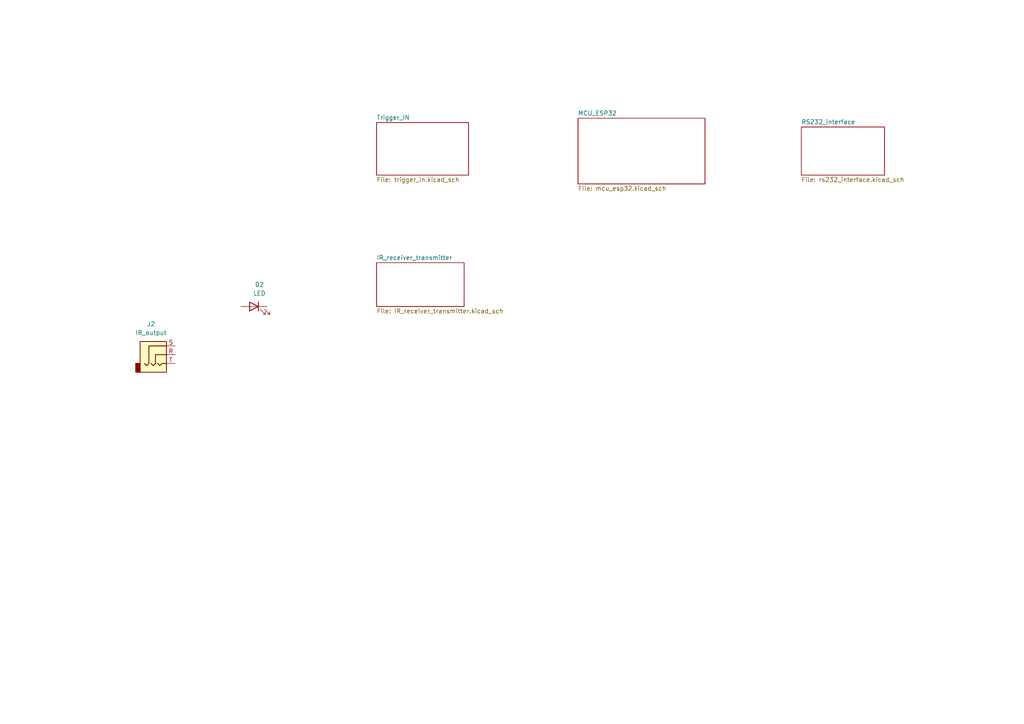
<source format=kicad_sch>
(kicad_sch (version 20230121) (generator eeschema)
  (paper "A4")
  (lib_symbols
    (symbol "Connector_Audio:AudioJack3"
      (property "Reference" "J" (at 0 8.89 0))
      (property "Value" "AudioJack3" (at 0 6.35 0))
      (symbol "AudioJack3_0_1"
        (rectangle (start -5.08 -5.08) (end -6.35 -2.54) (stroke (width 0.254)) (fill (type outline)))
        (polyline (pts (xy 0 -2.54) (xy 0.635 -3.175) (xy 1.27 -2.54) (xy 2.54 -2.54)) (stroke (width 0.254)))
        (polyline (pts (xy -1.905 -2.54) (xy -1.27 -3.175) (xy -0.635 -2.54) (xy -0.635 0) (xy 2.54 0)) (stroke (width 0.254)))
        (polyline (pts (xy 2.54 2.54) (xy -2.54 2.54) (xy -2.54 -2.54) (xy -3.175 -3.175) (xy -3.81 -2.54)) (stroke (width 0.254)))
        (rectangle (start 2.54 3.81) (end -5.08 -5.08) (stroke (width 0.254)) (fill (type background)))
      )
      (symbol "AudioJack3_1_1"
        (pin passive line (at 5.08 0 180) (length 2.54) (name "~") (number "R"))
        (pin passive line (at 5.08 2.54 180) (length 2.54) (name "~") (number "S"))
        (pin passive line (at 5.08 -2.54 180) (length 2.54) (name "~") (number "T"))
      )
    )
    (symbol "Device:LED" (pin_numbers hide) (pin_names (offset 1.016) hide)
      (property "Reference" "D" (at 0 2.54 0))
      (property "Value" "LED" (at 0 -2.54 0))
      (symbol "LED_0_1"
        (polyline (pts (xy -1.27 -1.27) (xy -1.27 1.27)) (stroke (width 0.254)))
        (polyline (pts (xy -1.27 0) (xy 1.27 0)))
        (polyline (pts (xy 1.27 -1.27) (xy 1.27 1.27) (xy -1.27 0) (xy 1.27 -1.27)) (stroke (width 0.254)))
        (polyline (pts (xy -3.048 -0.762) (xy -4.572 -2.286) (xy -3.81 -2.286) (xy -4.572 -2.286) (xy -4.572 -1.524)))
        (polyline (pts (xy -1.778 -0.762) (xy -3.302 -2.286) (xy -2.54 -2.286) (xy -3.302 -2.286) (xy -3.302 -1.524)))
      )
      (symbol "LED_1_1"
        (pin passive line (at -3.81 0 0) (length 2.54) (name "K") (number "1"))
        (pin passive line (at 3.81 0 180) (length 2.54) (name "A") (number "2"))
      )
    )
  )
  (symbol (lib_id "Connector_Audio:AudioJack3") (at 45.72 102.87 0) (unit 1)
    (property "Reference" "J2" (at 43.815 93.98 0))
    (property "Value" "IR_output" (at 43.815 96.52 0))
    (property "Footprint" "Connector_Audio:Jack_3.5mm_CUI_SJ-3523-SMT_Horizontal" (effects hide))
  )
  (symbol (lib_id "Device:LED") (at 73.66 88.9 0) (mirror y) (unit 1)
    (property "Reference" "D2" (at 75.2475 82.55 0))
    (property "Value" "LED" (at 75.2475 85.09 0))
  )
  (sheet (at 109.22 35.56) (size 26.67 15.24) (stroke (width 0.1524))
    (property "Sheetname" "Trigger_IN" (at 109.22 34.8484 0) (effects (justify left bottom)))
    (property "Sheetfile" "trigger_in.kicad_sch" (at 109.22 51.3846 0) (effects (justify left top)))
  )
  (sheet (at 232.41 36.83) (size 24.13 13.97) (stroke (width 0.1524))
    (property "Sheetname" "RS232_interface" (at 232.41 36.1184 0) (effects (justify left bottom)))
    (property "Sheetfile" "rs232_interface.kicad_sch" (at 232.41 51.3846 0) (effects (justify left top)))
  )
  (sheet (at 167.64 34.29) (size 36.83 19.05) (stroke (width 0.1524))
    (property "Sheetname" "MCU_ESP32" (at 167.64 33.5784 0) (effects (justify left bottom)))
    (property "Sheetfile" "mcu_esp32.kicad_sch" (at 167.64 53.9246 0) (effects (justify left top)))
  )
  (sheet (at 109.22 76.2) (size 25.4 12.7) (stroke (width 0.1524))
    (property "Sheetname" "IR_receiver_transmitter" (at 109.22 75.4884 0) (effects (justify left bottom)))
    (property "Sheetfile" "IR_receiver_transmitter.kicad_sch" (at 109.22 89.4846 0) (effects (justify left top)))
  )
)
</source>
